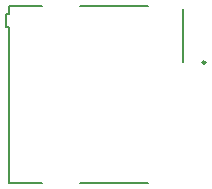
<source format=gbr>
%TF.GenerationSoftware,KiCad,Pcbnew,7.0.8*%
%TF.CreationDate,2023-11-19T15:37:24+01:00*%
%TF.ProjectId,Logger,4c6f6767-6572-42e6-9b69-6361645f7063,rev?*%
%TF.SameCoordinates,Original*%
%TF.FileFunction,Legend,Bot*%
%TF.FilePolarity,Positive*%
%FSLAX46Y46*%
G04 Gerber Fmt 4.6, Leading zero omitted, Abs format (unit mm)*
G04 Created by KiCad (PCBNEW 7.0.8) date 2023-11-19 15:37:24*
%MOMM*%
%LPD*%
G01*
G04 APERTURE LIST*
%ADD10C,0.200000*%
%ADD11C,0.240000*%
G04 APERTURE END LIST*
D10*
%TO.C,J1*%
X52920000Y-103750000D02*
X55700000Y-103750000D01*
X52920000Y-103750000D02*
X52920000Y-90500000D01*
X58900000Y-103750000D02*
X64700000Y-103750000D01*
X67670000Y-93500000D02*
X67670000Y-89000000D01*
X52670000Y-90500000D02*
X52670000Y-89400000D01*
X52920000Y-90500000D02*
X52670000Y-90500000D01*
X52670000Y-89400000D02*
X52920000Y-89400000D01*
X52920000Y-89400000D02*
X52920000Y-88700000D01*
X52920000Y-88700000D02*
X55700000Y-88700000D01*
X58900000Y-88700000D02*
X64700000Y-88700000D01*
D11*
X69520000Y-93500000D02*
G75*
G03*
X69520000Y-93500000I-120000J0D01*
G01*
%TD*%
M02*

</source>
